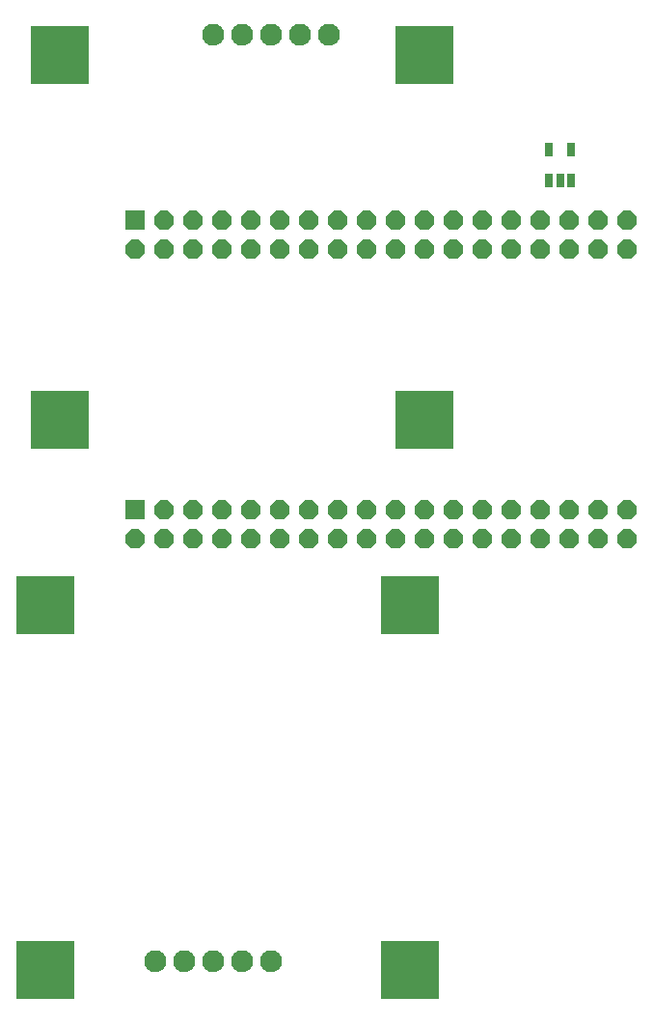
<source format=gbr>
G04 EAGLE Gerber RS-274X export*
G75*
%MOMM*%
%FSLAX34Y34*%
%LPD*%
%INSoldermask Top*%
%IPPOS*%
%AMOC8*
5,1,8,0,0,1.08239X$1,22.5*%
G01*
%ADD10R,1.676400X1.676400*%
%ADD11P,1.814519X8X22.500000*%
%ADD12C,1.930400*%
%ADD13R,0.752400X1.202400*%
%ADD14R,5.152400X5.152400*%


D10*
X135300Y701300D03*
D11*
X135300Y675900D03*
X160700Y701300D03*
X160700Y675900D03*
X186100Y701300D03*
X186100Y675900D03*
X211500Y701300D03*
X211500Y675900D03*
X236900Y701300D03*
X236900Y675900D03*
X262300Y701300D03*
X262300Y675900D03*
X287700Y701300D03*
X287700Y675900D03*
X313100Y701300D03*
X313100Y675900D03*
X338500Y701300D03*
X338500Y675900D03*
X363900Y701300D03*
X363900Y675900D03*
X389300Y701300D03*
X389300Y675900D03*
X414700Y701300D03*
X414700Y675900D03*
X440100Y701300D03*
X440100Y675900D03*
X465500Y701300D03*
X465500Y675900D03*
X490900Y701300D03*
X490900Y675900D03*
X516300Y701300D03*
X516300Y675900D03*
X541700Y701300D03*
X541700Y675900D03*
X567100Y701300D03*
X567100Y675900D03*
D10*
X135300Y447300D03*
D11*
X135300Y421900D03*
X160700Y447300D03*
X160700Y421900D03*
X186100Y447300D03*
X186100Y421900D03*
X211500Y447300D03*
X211500Y421900D03*
X236900Y447300D03*
X236900Y421900D03*
X262300Y447300D03*
X262300Y421900D03*
X287700Y447300D03*
X287700Y421900D03*
X313100Y447300D03*
X313100Y421900D03*
X338500Y447300D03*
X338500Y421900D03*
X363900Y447300D03*
X363900Y421900D03*
X389300Y447300D03*
X389300Y421900D03*
X414700Y447300D03*
X414700Y421900D03*
X440100Y447300D03*
X440100Y421900D03*
X465500Y447300D03*
X465500Y421900D03*
X490900Y447300D03*
X490900Y421900D03*
X516300Y447300D03*
X516300Y421900D03*
X541700Y447300D03*
X541700Y421900D03*
X567100Y447300D03*
X567100Y421900D03*
D12*
X203200Y863600D03*
X228600Y863600D03*
X254000Y863600D03*
X279400Y863600D03*
X304800Y863600D03*
X152400Y50800D03*
X177800Y50800D03*
X203200Y50800D03*
X228600Y50800D03*
X254000Y50800D03*
D13*
X498500Y735800D03*
X508000Y735800D03*
X517500Y735800D03*
X517500Y762800D03*
X498500Y762800D03*
D14*
X68600Y845800D03*
X68600Y525800D03*
X388600Y525800D03*
X388600Y845800D03*
X55900Y363200D03*
X55900Y43200D03*
X375900Y43200D03*
X375900Y363200D03*
M02*

</source>
